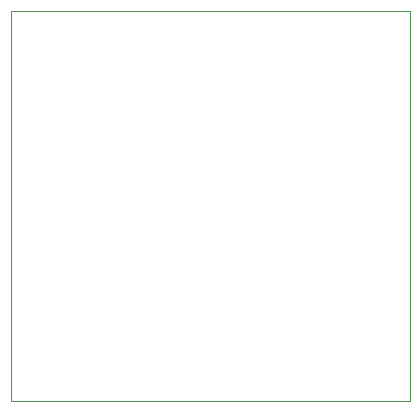
<source format=gbr>
%TF.GenerationSoftware,KiCad,Pcbnew,(6.0.7)*%
%TF.CreationDate,2022-09-06T06:54:50-05:00*%
%TF.ProjectId,OpenMuscle2,4f70656e-4d75-4736-936c-65322e6b6963,rev?*%
%TF.SameCoordinates,Original*%
%TF.FileFunction,Profile,NP*%
%FSLAX46Y46*%
G04 Gerber Fmt 4.6, Leading zero omitted, Abs format (unit mm)*
G04 Created by KiCad (PCBNEW (6.0.7)) date 2022-09-06 06:54:50*
%MOMM*%
%LPD*%
G01*
G04 APERTURE LIST*
%TA.AperFunction,Profile*%
%ADD10C,0.100000*%
%TD*%
G04 APERTURE END LIST*
D10*
X206756000Y-105410000D02*
X172974000Y-105410000D01*
X172974000Y-72390000D01*
X206756000Y-72390000D01*
X206756000Y-105410000D01*
M02*

</source>
